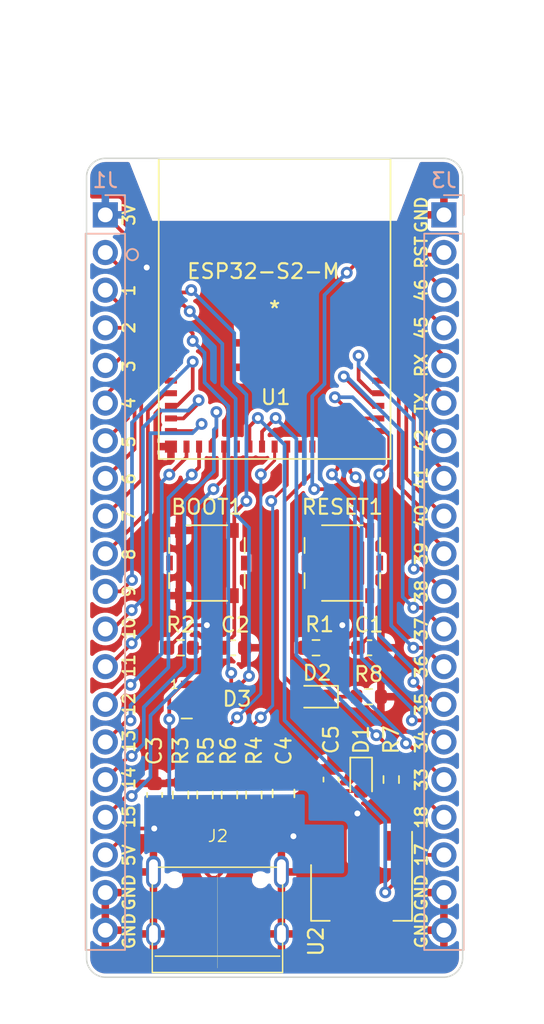
<source format=kicad_pcb>
(kicad_pcb (version 20211014) (generator pcbnew)
  (layers (0 "F.Cu" signal) (31 "B.Cu" signal) (34 "B.Paste" user) (35 "F.Paste" user) (36 "B.SilkS" user "B.Silkscreen") (37 "F.SilkS" user "F.Silkscreen") (38 "B.Mask" user) (39 "F.Mask" user) (44 "Edge.Cuts" user))
  (net 0 "")
  (net 1 "GND")
  (net 2 "+5V")
  (net 3 "+3V3")
  (net 4 "Net-(J2-PadA5)")
  (net 5 "Net-(J2-PadA6)")
  (net 6 "Net-(J2-PadA7)")
  (net 8 "Net-(J2-PadB5)")
  (net 10 "USB_N")
  (net 11 "USB_P")
  (net 13 "/TX")
  (net 14 "/RX")
  (net 15 "Net-(D1-Pad1)")
  (net 16 "Net-(D2-Pad1)")
  (net 19 "/IO3")
  (net 22 "/IO4")
  (net 23 "/IO5")
  (net 24 "/IO6")
  (net 25 "/IO7")
  (net 26 "/IO8")
  (net 27 "/IO9")
  (net 28 "/IO10")
  (net 29 "/IO11")
  (net 30 "/IO12")
  (net 31 "/IO13")
  (net 32 "/IO14")
  (net 33 "/IO15")
  (net 34 "/IO33")
  (net 35 "/IO18")
  (net 36 "/IO17")
  (net 37 "/IO46")
  (net 38 "/IO45")
  (net 39 "/IO42")
  (net 40 "/IO41")
  (net 41 "/IO40")
  (net 42 "/IO39")
  (net 43 "/IO38")
  (net 44 "/IO37")
  (net 45 "/IO36")
  (net 46 "/IO35")
  (net 47 "/IO34")
  (net 48 "/IO0_BOOT")
  (net 49 "/IO26_LED")
  (net 50 "/RESET")
  (net 51 "/IO1_APA_DTA")
  (net 52 "/IO2_APA_CLK")
  (footprint "Package_TO_SOT_SMD:SOT-223" (layer "F.Cu") (at 157 130.81 -90)
    (fp_text reference "U2")
    (fp_text value "LM1117-3.3")
  )
  (footprint "Resistor_SMD:R_0603_1608Metric" (layer "F.Cu") (at 153.924 114.3 180)
    (fp_text reference "R1")
    (fp_text value "10K")
  )
  (footprint "Resistor_SMD:R_0603_1608Metric" (layer "F.Cu") (at 149.73 124.227011 -90)
    (fp_text reference "R4")
    (fp_text value "5.1K")
  )
  (footprint "Resistor_SMD:R_0603_1608Metric" (layer "F.Cu") (at 144.78 124.227011 -90)
    (fp_text reference "R3")
    (fp_text value "5.1K")
  )
  (footprint "Capacitor_SMD:C_0603_1608Metric" (layer "F.Cu") (at 154.94 123.19 90)
    (fp_text reference "C5")
    (fp_text value "0.1uF")
  )
  (footprint "Resistor_SMD:R_0603_1608Metric" (layer "F.Cu") (at 144.78 114.3 180)
    (fp_text reference "R2")
    (fp_text value "10K")
  )
  (footprint "Capacitor_SMD:C_0805_2012Metric" (layer "F.Cu") (at 151.73 124.127011 90)
    (fp_text reference "C4")
    (fp_text value "10uF")
  )
  (footprint "Resistor_SMD:R_0603_1608Metric" (layer "F.Cu") (at 148.08 124.227011 -90)
    (fp_text reference "R6")
    (fp_text value "33R")
  )
  (footprint "Capacitor_SMD:C_0603_1608Metric" (layer "F.Cu") (at 148.336 114.3 180)
    (fp_text reference "C2")
    (fp_text value "0.1uF")
  )
  (footprint "Button_Switch_SMD:SW_SPST_Panasonic_EVQPL_3PL_5PL_PT_A08" (layer "F.Cu") (at 146.558 108.585)
    (fp_text reference "BOOT1")
    (fp_text value "SW_Push")
  )
  (footprint "LED_SMD:LED_0603_1608Metric" (layer "F.Cu") (at 156.972 123.19 -90)
    (fp_text reference "D1")
    (fp_text value "LED")
  )
  (footprint "LED_SMD:LED_0603_1608Metric" (layer "F.Cu") (at 153.924 117.602 180)
    (fp_text reference "D2")
    (fp_text value "LED")
  )
  (footprint "USB-C-Power-tester:TYPE-C-31-M-12" (layer "F.Cu") (at 147.27 133.604)
    (fp_text reference "J2")
    (fp_text value "USB_C_Receptacle_USB2.0")
  )
  (footprint "footprints_esp:ESP32-S2-MINI-1-N4" (layer "F.Cu") (at 151.13 91.44)
    (fp_text reference "U1")
    (fp_text value "ESP32-S2-M")
  )
  (footprint "Resistor_SMD:R_0603_1608Metric" (layer "F.Cu") (at 157.48 117.602 180)
    (fp_text reference "R8")
    (fp_text value "1K")
  )
  (footprint "Resistor_SMD:R_0603_1608Metric" (layer "F.Cu") (at 146.43 124.227011 -90)
    (fp_text reference "R5")
    (fp_text value "33R")
  )
  (footprint "Capacitor_SMD:C_0603_1608Metric" (layer "F.Cu") (at 157.53 114.3 180)
    (fp_text reference "C1")
    (fp_text value "0.1uF")
  )
  (footprint "Button_Switch_SMD:SW_SPST_Panasonic_EVQPL_3PL_5PL_PT_A08" (layer "F.Cu") (at 155.702 108.585)
    (fp_text reference "RESET1")
    (fp_text value "SW_Push")
  )
  (footprint "Capacitor_SMD:C_0603_1608Metric" (layer "F.Cu") (at 143.03 124.227011 90)
    (fp_text reference "C3")
    (fp_text value "0.1uF")
  )
  (footprint "Resistor_SMD:R_0603_1608Metric" (layer "F.Cu") (at 159.004 123.19 90)
    (fp_text reference "R7")
    (fp_text value "1K")
  )
  (footprint "LED_SMD:LED-APA102-2020" (layer "F.Cu") (at 146.05 117.67)
    (fp_text reference "D3")
    (fp_text value "APA102-2020")
  )
  (footprint "Connector_PinHeader_2.54mm:PinHeader_1x20_P2.54mm_Vertical" (layer "B.Cu") (at 139.7 85.095 180)
    (fp_text reference "J1")
    (fp_text value "Conn_01x20_Male")
  )
  (footprint "Connector_PinHeader_2.54mm:PinHeader_1x20_P2.54mm_Vertical" (layer "B.Cu") (at 162.56 85.095 180)
    (fp_text reference "J3")
    (fp_text value "Conn_01x20_Male")
  )
  (gr_line (start 162.56 136.525) (end 139.7 136.525) (layer "Edge.Cuts") (width 0.1))
  (gr_line (start 163.83 82.55) (end 163.826242 135.251242) (layer "Edge.Cuts") (width 0.1))
  (gr_arc (start 138.43 82.55) (mid 138.801974 81.651974) (end 139.7 81.28) (layer "Edge.Cuts") (width 0.1))
  (gr_arc (start 162.56 81.28) (mid 163.452753 81.657246) (end 163.83 82.55) (layer "Edge.Cuts") (width 0.1))
  (gr_arc (start 163.826242 135.251242) (mid 163.450544 136.144025) (end 162.56 136.525) (layer "Edge.Cuts") (width 0.1))
  (gr_line (start 138.43 135.255) (end 138.43 82.55) (layer "Edge.Cuts") (width 0.1))
  (gr_arc (start 139.7 136.525) (mid 138.807245 136.147754) (end 138.43 135.255) (layer "Edge.Cuts") (width 0.1))
  (gr_line (start 139.7 81.28) (end 162.56 81.28) (layer "Edge.Cuts") (width 0.1))
  (gr_text "GND" (at 161.036 133.35 90) (layer "F.SilkS") (effects (font (size 0.8 0.8))))
  (gr_text "34" (at 161.036 120.65 90) (layer "F.SilkS") (effects (font (size 0.8 0.8))))
  (gr_text "5" (at 141.3 100.4 90) (layer "F.SilkS") (effects (font (size 0.8 0.8))))
  (gr_text "36" (at 161.036 115.57 90) (layer "F.SilkS") (effects (font (size 0.8 0.8))))
  (gr_text "8" (at 141.3 108 90) (layer "F.SilkS") (effects (font (size 0.8 0.8))))
  (gr_text "RST" (at 161.036 87.63 90) (layer "F.SilkS") (effects (font (size 0.8 0.8))))
  (gr_text "42" (at 161.036 100.33 90) (layer "F.SilkS") (effects (font (size 0.8 0.8))))
  (gr_text "37" (at 161.036 113.03 90) (layer "F.SilkS") (effects (font (size 0.8 0.8))))
  (gr_text "3V" (at 141.3 85.09 90) (layer "F.SilkS") (effects (font (size 0.8 0.8))))
  (gr_text "12" (at 141.3 118.1 90) (layer "F.SilkS") (effects (font (size 0.8 0.8))))
  (gr_text "2" (at 141.3 92.7 90) (layer "F.SilkS") (effects (font (size 0.8 0.8))))
  (gr_text "33" (at 161.036 123.19 90) (layer "F.SilkS") (effects (font (size 0.8 0.8))))
  (gr_text "RX" (at 161.036 95.25 90) (layer "F.SilkS") (effects (font (size 0.8 0.8))))
  (gr_text "3" (at 141.3 95.3 90) (layer "F.SilkS") (effects (font (size 0.8 0.8))))
  (gr_text "7" (at 141.3 105.4 90) (layer "F.SilkS") (effects (font (size 0.8 0.8))))
  (gr_text "GND" (at 161.036 85.09 90) (layer "F.SilkS") (effects (font (size 0.8 0.8))))
  (gr_text "17" (at 161.036 128.27 90) (layer "F.SilkS") (effects (font (size 0.8 0.8))))
  (gr_text "GND" (at 141.3 130.8 90) (layer "F.SilkS") (effects (font (size 0.8 0.8))))
  (gr_text "1" (at 141.3 90.2 90) (layer "F.SilkS") (effects (font (size 0.8 0.8))))
  (gr_text "6" (at 141.3 102.9 90) (layer "F.SilkS") (effects (font (size 0.8 0.8))))
  (gr_text "38" (at 161.036 110.49 90) (layer "F.SilkS") (effects (font (size 0.8 0.8))))
  (gr_text "GND" (at 161.036 130.81 90) (layer "F.SilkS") (effects (font (size 0.8 0.8))))
  (gr_text "13" (at 141.3 120.6 90) (layer "F.SilkS") (effects (font (size 0.8 0.8))))
  (gr_text "9" (at 141.3 110.5 90) (layer "F.SilkS") (effects (font (size 0.8 0.8))))
  (gr_text "15" (at 141.295577 125.7 90) (layer "F.SilkS") (effects (font (size 0.8 0.8))))
  (gr_text "45" (at 161.036 92.71 90) (layer "F.SilkS") (effects (font (size 0.8 0.8))))
  (gr_text "41" (at 161.036 102.87 90) (layer "F.SilkS") (effects (font (size 0.8 0.8))))
  (gr_text "GND" (at 141.3 133.4 90) (layer "F.SilkS") (effects (font (size 0.8 0.8))))
  (gr_text "40" (at 161.036 105.41 90) (layer "F.SilkS") (effects (font (size 0.8 0.8))))
  (gr_text "5V" (at 141.3 128.3 90) (layer "F.SilkS") (effects (font (size 0.8 0.8))))
  (gr_text "TX" (at 161.036 97.79 90) (layer "F.SilkS") (effects (font (size 0.8 0.8))))
  (gr_text "39" (at 161.036 107.95 90) (layer "F.SilkS") (effects (font (size 0.8 0.8))))
  (gr_text "11" (at 141.3 115.5 90) (layer "F.SilkS") (effects (font (size 0.8 0.8))))
  (gr_text "18" (at 161.036 125.73 90) (layer "F.SilkS") (effects (font (size 0.8 0.8))))
  (gr_text "14" (at 141.3 123.1 90) (layer "F.SilkS") (effects (font (size 0.8 0.8))))
  (gr_text "46" (at 161.036 90.17 90) (layer "F.SilkS") (effects (font (size 0.8 0.8))))
  (gr_text "35" (at 161.036 118.11 90) (layer "F.SilkS") (effects (font (size 0.8 0.8))))
  (gr_text "4" (at 141.3 97.8 90) (layer "F.SilkS") (effects (font (size 0.8 0.8))))
  (gr_text "10" (at 141.3 113 90) (layer "F.SilkS") (effects (font (size 0.8 0.8))))
  (segment (start 151.4155 125.077011) (end 151.73 125.077011) (width 0.25) (layer "F.Cu") (net 2))
  (segment (start 151.73 126.343511) (end 152.4 127.013511) (width 0.25) (layer "F.Cu") (net 2))
  (segment (start 139.7 128.27) (end 141.478 126.492) (width 0.25) (layer "F.Cu") (net 2))
  (segment (start 149.57 128.504) (end 149.57 126.922511) (width 0.25) (layer "F.Cu") (net 2))
  (segment (start 144.018 119.126) (end 144.018 117.652978) (width 0.25) (layer "F.Cu") (net 2))
  (segment (start 144.018 117.652978) (end 144.900978 116.77) (width 0.25) (layer "F.Cu") (net 2))
  (segment (start 154.7 127.66) (end 153.046489 127.66) (width 0.25) (layer "F.Cu") (net 2))
  (segment (start 153.046489 127.66) (end 152.4 127.013511) (width 0.25) (layer "F.Cu") (net 2))
  (segment (start 143.002 126.492) (end 143.03 126.464) (width 0.25) (layer "F.Cu") (net 2))
  (segment (start 151.73 125.077011) (end 151.73 126.343511) (width 0.25) (layer "F.Cu") (net 2))
  (segment (start 143.03 126.464) (end 143.03 125.002011) (width 0.25) (layer "F.Cu") (net 2))
  (segment (start 143.03 125.002011) (end 144.97 126.942011) (width 0.25) (layer "F.Cu") (net 2))
  (segment (start 143.002 125.030011) (end 143.03 125.002011) (width 0.25) (layer "F.Cu") (net 2))
  (segment (start 144.900978 116.77) (end 145.2 116.77) (width 0.25) (layer "F.Cu") (net 2))
  (segment (start 146.05 116.84) (end 145.27 116.84) (width 0.25) (layer "F.Cu") (net 2))
  (segment (start 149.845 127.812011) (end 149.845 127.028511) (width 0.25) (layer "F.Cu") (net 2))
  (segment (start 149.57 126.922511) (end 151.4155 125.077011) (width 0.25) (layer "F.Cu") (net 2))
  (segment (start 144.695 128.504) (end 144.695 127.055511) (width 0.25) (layer "F.Cu") (net 2))
  (segment (start 144.695 127.055511) (end 143.002 125.362511) (width 0.25) (layer "F.Cu") (net 2))
  (segment (start 141.478 126.492) (end 143.002 126.492) (width 0.25) (layer "F.Cu") (net 2))
  (segment (start 144.97 126.942011) (end 144.97 128.504) (width 0.25) (layer "F.Cu") (net 2))
  (segment (start 145.27 116.84) (end 145.2 116.77) (width 0.25) (layer "F.Cu") (net 2))
  (segment (start 139.7 128.275) (end 139.7 128.27) (width 0.25) (layer "F.Cu") (net 2))
  (segment (start 143.002 125.362511) (end 143.002 125.030011) (width 0.25) (layer "F.Cu") (net 2))
  (segment (start 149.845 127.028511) (end 151.542084 125.331427) (width 0.25) (layer "F.Cu") (net 2))
  (via (at 144.018 119.126) (size 0.8) (drill 0.4) (layers "F.Cu" "B.Cu") (net 2))
  (via (at 143.002 126.492) (size 0.8) (drill 0.4) (layers "F.Cu" "B.Cu") (net 2))
  (via (at 152.4 127.013511) (size 0.8) (drill 0.4) (layers "F.Cu" "B.Cu") (net 2))
  (segment (start 144.018 125.476) (end 144.018 119.126) (width 0.25) (layer "B.Cu") (net 2))
  (segment (start 143.002 126.492) (end 144.018 125.476) (width 0.25) (layer "B.Cu") (net 2))
  (segment (start 156.9595 123.965) (end 156.972 123.9775) (width 0.25) (layer "F.Cu") (net 3))
  (segment (start 154.94 123.965) (end 156.9595 123.965) (width 0.25) (layer "F.Cu") (net 3))
  (segment (start 153.099 114.3) (end 154.623 112.776) (width 0.25) (layer "F.Cu") (net 3))
  (segment (start 156.718 125.476) (end 154.94 125.476) (width 0.25) (layer "F.Cu") (net 3))
  (segment (start 142.494 88.646) (end 142.494 87.889) (width 0.25) (layer "F.Cu") (net 3))
  (segment (start 145.479 112.776) (end 146.558 112.776) (width 0.25) (layer "F.Cu") (net 3))
  (segment (start 142.494 88.646) (end 143.326515 89.478515) (width 0.25) (layer "F.Cu") (net 3))
  (segment (start 142.494 87.889) (end 139.7 85.095) (width 0.25) (layer "F.Cu") (net 3))
  (segment (start 154.94 125.476) (end 154.94 123.965) (width 0.25) (layer "F.Cu") (net 3))
  (segment (start 143.326515 89.478515) (end 144.130001 89.478515) (width 0.25) (layer "F.Cu") (net 3))
  (segment (start 157 125.758) (end 157 127.66) (width 0.25) (layer "F.Cu") (net 3))
  (segment (start 156.718 125.476) (end 157 125.758) (width 0.25) (layer "F.Cu") (net 3))
  (segment (start 154.623 112.776) (end 155.702 112.776) (width 0.25) (layer "F.Cu") (net 3))
  (segment (start 143.955 114.3) (end 145.479 112.776) (width 0.25) (layer "F.Cu") (net 3))
  (via (at 142.494 88.646) (size 0.8) (drill 0.4) (layers "F.Cu" "B.Cu") (net 3))
  (via (at 146.558 112.776) (size 0.8) (drill 0.4) (layers "F.Cu" "B.Cu") (net 3))
  (via (at 155.702 112.776) (size 0.8) (drill 0.4) (layers "F.Cu" "B.Cu") (net 3))
  (via (at 156.718 125.476) (size 0.8) (drill 0.4) (layers "F.Cu" "B.Cu") (net 3))
  (segment (start 146.02 126.342011) (end 146.02 128.504) (width 0.25) (layer "F.Cu") (net 4))
  (segment (start 144.73 125.052011) (end 146.02 126.342011) (width 0.25) (layer "F.Cu") (net 4))
  (segment (start 147.02 128.504) (end 147.02 127.217011) (width 0.25) (layer "F.Cu") (net 5))
  (segment (start 148.02 126.217011) (end 148.02 128.504) (width 0.25) (layer "F.Cu") (net 5))
  (segment (start 148.02 125.062011) (end 148.02 126.217011) (width 0.25) (layer "F.Cu") (net 5))
  (segment (start 148.33 125.052011) (end 148.02 125.362011) (width 0.25) (layer "F.Cu") (net 5))
  (segment (start 147.02 127.217011) (end 148.02 126.217011) (width 0.25) (layer "F.Cu") (net 5))
  (segment (start 147.206491 129.816531) (end 146.833509 129.816531) (width 0.25) (layer "F.Cu") (net 6))
  (segment (start 146.833509 129.816531) (end 146.52 129.503022) (width 0.25) (layer "F.Cu") (net 6))
  (segment (start 146.52 125.002011) (end 146.52 129.367011) (width 0.25) (layer "F.Cu") (net 6))
  (segment (start 146.27 125.052011) (end 146.52 125.302011) (width 0.25) (layer "F.Cu") (net 6))
  (segment (start 147.52 129.503022) (end 147.206491 129.816531) (width 0.25) (layer "F.Cu") (net 6))
  (segment (start 146.52 129.503022) (end 146.52 128.504) (width 0.25) (layer "F.Cu") (net 6))
  (segment (start 147.52 128.504) (end 147.52 129.503022) (width 0.25) (layer "F.Cu") (net 6))
  (segment (start 149.93 125.052011) (end 149.02 125.962011) (width 0.25) (layer "F.Cu") (net 8))
  (segment (start 149.02 125.962011) (end 149.02 128.504) (width 0.25) (layer "F.Cu") (net 8))
  (segment (start 148.6 119) (end 146.43 121.17) (width 0.2) (layer "F.Cu") (net 10))
  (segment (start 151.13 101.67) (end 151.13 100.728513) (width 0.2) (layer "F.Cu") (net 10))
  (segment (start 146.43 121.17) (end 146.43 123.402011) (width 0.2) (layer "F.Cu") (net 10))
  (segment (start 150.2 102.6) (end 151.13 101.67) (width 0.2) (layer "F.Cu") (net 10))
  (via (at 150.2 102.6) (size 0.8) (drill 0.4) (layers "F.Cu" "B.Cu") (net 10))
  (via (at 148.6 119) (size 0.8) (drill 0.4) (layers "F.Cu" "B.Cu") (net 10))
  (segment (start 148.6 119) (end 150.2 117.4) (width 0.2) (layer "B.Cu") (net 10))
  (segment (start 150.2 117.4) (end 150.2 102.6) (width 0.2) (layer "B.Cu") (net 10))
  (segment (start 151.980001 103.319499) (end 151.980001 100.728513) (width 0.2) (layer "F.Cu") (net 11))
  (segment (start 150.8995 104.4) (end 151.980001 103.319499) (width 0.2) (layer "F.Cu") (net 11))
  (segment (start 148.08 121.12) (end 148.08 123.402011) (width 0.2) (layer "F.Cu") (net 11))
  (segment (start 150.2 119) (end 148.08 121.12) (width 0.2) (layer "F.Cu") (net 11))
  (via (at 150.2 119) (size 0.8) (drill 0.4) (layers "F.Cu" "B.Cu") (net 11))
  (via (at 150.8995 104.4) (size 0.8) (drill 0.4) (layers "F.Cu" "B.Cu") (net 11))
  (segment (start 150.2 119) (end 151 118.2) (width 0.2) (layer "B.Cu") (net 11))
  (segment (start 151 104.5005) (end 150.8995 104.4) (width 0.2) (layer "B.Cu") (net 11))
  (segment (start 151 118.2) (end 151 104.5005) (width 0.2) (layer "B.Cu") (net 11))
  (segment (start 161.036 95.758) (end 161.036 94.234) (width 0.25) (layer "F.Cu") (net 13))
  (segment (start 162.56 97.282) (end 161.036 95.758) (width 0.25) (layer "F.Cu") (net 13))
  (segment (start 162.56 97.795) (end 162.56 97.282) (width 0.25) (layer "F.Cu") (net 13))
  (segment (start 159.680514 92.878514) (end 158.129999 92.878514) (width 0.25) (layer "F.Cu") (net 13))
  (segment (start 161.036 94.234) (end 159.680514 92.878514) (width 0.25) (layer "F.Cu") (net 13))
  (segment (start 159.971015 92.028515) (end 158.129999 92.028515) (width 0.25) (layer "F.Cu") (net 14))
  (segment (start 162.56 94.6175) (end 159.971015 92.028515) (width 0.25) (layer "F.Cu") (net 14))
  (segment (start 162.56 95.255) (end 162.56 94.6175) (width 0.25) (layer "F.Cu") (net 14))
  (segment (start 158.9665 122.4025) (end 159.004 122.365) (width 0.25) (layer "F.Cu") (net 15))
  (segment (start 156.972 122.4025) (end 158.9665 122.4025) (width 0.25) (layer "F.Cu") (net 15))
  (segment (start 154.7115 117.602) (end 156.655 117.602) (width 0.25) (layer "F.Cu") (net 16))
  (segment (start 142.579486 92.878514) (end 144.130001 92.878514) (width 0.25) (layer "F.Cu") (net 19))
  (segment (start 140.203 95.255) (end 142.579486 92.878514) (width 0.25) (layer "F.Cu") (net 19))
  (segment (start 139.7 95.255) (end 140.203 95.255) (width 0.25) (layer "F.Cu") (net 19))
  (segment (start 139.7 97.795) (end 139.7 97.282) (width 0.25) (layer "F.Cu") (net 22))
  (segment (start 143.253485 93.728515) (end 144.130001 93.728515) (width 0.25) (layer "F.Cu") (net 22))
  (segment (start 139.7 97.282) (end 143.253485 93.728515) (width 0.25) (layer "F.Cu") (net 22))
  (segment (start 143.419485 94.578515) (end 144.130001 94.578515) (width 0.25) (layer "F.Cu") (net 23))
  (segment (start 141.224 98.811) (end 141.224 96.774) (width 0.25) (layer "F.Cu") (net 23))
  (segment (start 141.224 96.774) (end 143.419485 94.578515) (width 0.25) (layer "F.Cu") (net 23))
  (segment (start 139.7 100.335) (end 141.224 98.811) (width 0.25) (layer "F.Cu") (net 23))
  (segment (start 141.67352 97.476374) (end 143.72138 95.428514) (width 0.25) (layer "F.Cu") (net 24))
  (segment (start 143.72138 95.428514) (end 144.130001 95.428514) (width 0.25) (layer "F.Cu") (net 24))
  (segment (start 141.67352 100.90148) (end 141.67352 97.476374) (width 0.25) (layer "F.Cu") (net 24))
  (segment (start 139.7 102.875) (end 141.67352 100.90148) (width 0.25) (layer "F.Cu") (net 24))
  (segment (start 143.507097 96.278515) (end 144.130001 96.278515) (width 0.25) (layer "F.Cu") (net 25))
  (segment (start 142.12304 97.662572) (end 143.507097 96.278515) (width 0.25) (layer "F.Cu") (net 25))
  (segment (start 142.12304 102.99196) (end 142.12304 97.662572) (width 0.25) (layer "F.Cu") (net 25))
  (segment (start 139.7 105.415) (end 142.12304 102.99196) (width 0.25) (layer "F.Cu") (net 25))
  (segment (start 139.7 107.955) (end 142.57256 105.08244) (width 0.25) (layer "F.Cu") (net 26))
  (segment (start 143.721378 97.128515) (end 144.130001 97.128515) (width 0.25) (layer "F.Cu") (net 26))
  (segment (start 142.57256 105.08244) (end 142.57256 98.277333) (width 0.25) (layer "F.Cu") (net 26))
  (segment (start 142.57256 98.277333) (end 143.721378 97.128515) (width 0.25) (layer "F.Cu") (net 26))
  (segment (start 144.538624 97.978514) (end 144.130001 97.978514) (width 0.25) (layer "F.Cu") (net 27))
  (segment (start 145.6 95) (end 145.6 96.917138) (width 0.25) (layer "F.Cu") (net 27))
  (segment (start 141.5 109.728) (end 140.733 110.495) (width 0.25) (layer "F.Cu") (net 27))
  (segment (start 145.6 96.917138) (end 144.538624 97.978514) (width 0.25) (layer "F.Cu") (net 27))
  (segment (start 140.733 110.495) (end 139.7 110.495) (width 0.25) (layer "F.Cu") (net 27))
  (via (at 141.5 109.728) (size 0.8) (drill 0.4) (layers "F.Cu" "B.Cu") (net 27))
  (via (at 145.6 95) (size 0.8) (drill 0.4) (layers "F.Cu" "B.Cu") (net 27))
  (segment (start 141.5 99.1) (end 141.5 109.728) (width 0.25) (layer "B.Cu") (net 27))
  (segment (start 145.6 95) (end 141.5 99.1) (width 0.25) (layer "B.Cu") (net 27))
  (segment (start 140.203 113.035) (end 139.7 113.035) (width 0.25) (layer "F.Cu") (net 28))
  (segment (start 144.971485 98.828515) (end 144.130001 98.828515) (width 0.25) (layer "F.Cu") (net 28))
  (segment (start 146 97.8) (end 144.971485 98.828515) (width 0.25) (layer "F.Cu") (net 28))
  (segment (start 141.478 111.76) (end 140.203 113.035) (width 0.25) (layer "F.Cu") (net 28))
  (segment (start 146 97.6) (end 146 97.8) (width 0.25) (layer "F.Cu") (net 28))
  (via (at 146 97.6) (size 0.8) (drill 0.4) (layers "F.Cu" "B.Cu") (net 28))
  (via (at 141.478 111.76) (size 0.8) (drill 0.4) (layers "F.Cu" "B.Cu") (net 28))
  (segment (start 142.24 110.998) (end 141.478 111.76) (width 0.25) (layer "B.Cu") (net 28))
  (segment (start 146 97.6) (end 145.302 98.298) (width 0.25) (layer "B.Cu") (net 28))
  (segment (start 142.24 99.440282) (end 142.24 110.998) (width 0.25) (layer "B.Cu") (net 28))
  (segment (start 143.382282 98.298) (end 142.24 99.440282) (width 0.25) (layer "B.Cu") (net 28))
  (segment (start 145.302 98.298) (end 143.382282 98.298) (width 0.25) (layer "B.Cu") (net 28))
  (segment (start 145.721485 99.678515) (end 144.130001 99.678515) (width 0.25) (layer "F.Cu") (net 29))
  (segment (start 141.478 114) (end 139.903 115.575) (width 0.25) (layer "F.Cu") (net 29))
  (segment (start 146.2 99.2) (end 145.721485 99.678515) (width 0.25) (layer "F.Cu") (net 29))
  (segment (start 139.903 115.575) (end 139.7 115.575) (width 0.25) (layer "F.Cu") (net 29))
  (via (at 141.478 114) (size 0.8) (drill 0.4) (layers "F.Cu" "B.Cu") (net 29))
  (via (at 146.2 99.2) (size 0.8) (drill 0.4) (layers "F.Cu" "B.Cu") (net 29))
  (segment (start 142.748 112.73) (end 141.478 114) (width 0.25) (layer "B.Cu") (net 29))
  (segment (start 146.2 99.2) (end 145.578 99.822) (width 0.25) (layer "B.Cu") (net 29))
  (segment (start 142.748 99.822) (end 142.748 112.73) (width 0.25) (layer "B.Cu") (net 29))
  (segment (start 145.578 99.822) (end 142.748 99.822) (width 0.25) (layer "B.Cu") (net 29))
  (segment (start 144.018 102.616) (end 145.179999 101.454001) (width 0.25) (layer "F.Cu") (net 30))
  (segment (start 141.4 116.8) (end 141.015 116.8) (width 0.25) (layer "F.Cu") (net 30))
  (segment (start 145.179999 101.454001) (end 145.179999 100.728513) (width 0.25) (layer "F.Cu") (net 30))
  (segment (start 141.015 116.8) (end 139.7 118.115) (width 0.25) (layer "F.Cu") (net 30))
  (via (at 144.018 102.616) (size 0.8) (drill 0.4) (layers "F.Cu" "B.Cu") (net 30))
  (via (at 141.4 116.8) (size 0.8) (drill 0.4) (layers "F.Cu" "B.Cu") (net 30))
  (segment (start 143.51 103.124) (end 144.018 102.616) (width 0.25) (layer "B.Cu") (net 30))
  (segment (start 143.51 114.69) (end 143.51 103.124) (width 0.25) (layer "B.Cu") (net 30))
  (segment (start 141.4 116.8) (end 143.51 114.69) (width 0.25) (layer "B.Cu") (net 30))
  (segment (start 146.03 102.119394) (end 146.03 100.728513) (width 0.25) (layer "F.Cu") (net 31))
  (segment (start 141.155 119.2) (end 139.7 120.655) (width 0.25) (layer "F.Cu") (net 31))
  (segment (start 141.4 119.2) (end 141.155 119.2) (width 0.25) (layer "F.Cu") (net 31))
  (segment (start 145.533394 102.616) (end 146.03 102.119394) (width 0.25) (layer "F.Cu") (net 31))
  (via (at 145.533394 102.616) (size 0.8) (drill 0.4) (layers "F.Cu" "B.Cu") (net 31))
  (via (at 141.4 119.2) (size 0.8) (drill 0.4) (layers "F.Cu" "B.Cu") (net 31))
  (segment (start 141.4 118.186124) (end 143.95952 115.626604) (width 0.25) (layer "B.Cu") (net 31))
  (segment (start 143.95952 115.626604) (end 143.95952 104.189874) (width 0.25) (layer "B.Cu") (net 31))
  (segment (start 143.95952 104.189874) (end 145.533394 102.616) (width 0.25) (layer "B.Cu") (net 31))
  (segment (start 141.4 119.2) (end 141.4 118.186124) (width 0.25) (layer "B.Cu") (net 31))
  (segment (start 147.2 99.99989) (end 146.880001 100.319889) (width 0.25) (layer "F.Cu") (net 32))
  (segment (start 141.295 121.6) (end 139.7 123.195) (width 0.25) (layer "F.Cu") (net 32))
  (segment (start 146.880001 100.319889) (end 146.880001 100.728513) (width 0.25) (layer "F.Cu") (net 32))
  (segment (start 147.2 98.4) (end 147.2 99.99989) (width 0.25) (layer "F.Cu") (net 32))
  (segment (start 141.478 121.6) (end 141.295 121.6) (width 0.25) (layer "F.Cu") (net 32))
  (via (at 141.478 121.6) (size 0.8) (drill 0.4) (layers "F.Cu" "B.Cu") (net 32))
  (via (at 147.2 98.4) (size 0.8) (drill 0.4) (layers "F.Cu" "B.Cu") (net 32))
  (segment (start 147.2 99.424614) (end 147.2 98.4) (width 0.25) (layer "B.Cu") (net 32))
  (segment (start 142.29848 120.77952) (end 142.29848 118.30552) (width 0.25) (layer "B.Cu") (net 32))
  (segment (start 147.028511 102.395182) (end 147.028511 99.596103) (width 0.25) (layer "B.Cu") (net 32))
  (segment (start 147.028511 99.596103) (end 147.2 99.424614) (width 0.25) (layer "B.Cu") (net 32))
  (segment (start 145.034 104.389693) (end 147.028511 102.395182) (width 0.25) (layer "B.Cu") (net 32))
  (segment (start 141.478 121.6) (end 142.29848 120.77952) (width 0.25) (layer "B.Cu") (net 32))
  (segment (start 142.29848 118.30552) (end 145.034 115.57) (width 0.25) (layer "B.Cu") (net 32))
  (segment (start 145.034 115.57) (end 145.034 104.389693) (width 0.25) (layer "B.Cu") (net 32))
  (segment (start 147 103.6) (end 147.729999 102.870001) (width 0.25) (layer "F.Cu") (net 33))
  (segment (start 147.729999 102.870001) (end 147.729999 100.728513) (width 0.25) (layer "F.Cu") (net 33))
  (segment (start 141.478 124.3) (end 141.135 124.3) (width 0.25) (layer "F.Cu") (net 33))
  (segment (start 141.135 124.3) (end 139.7 125.735) (width 0.25) (layer "F.Cu") (net 33))
  (via (at 147 103.6) (size 0.8) (drill 0.4) (layers "F.Cu" "B.Cu") (net 33))
  (via (at 141.478 124.3) (size 0.8) (drill 0.4) (layers "F.Cu" "B.Cu") (net 33))
  (segment (start 142.748 123.03) (end 142.748 118.872) (width 0.25) (layer "B.Cu") (net 33))
  (segment (start 145.796 104.804) (end 147 103.6) (width 0.25) (layer "B.Cu") (net 33))
  (segment (start 142.748 118.872) (end 145.796 115.824) (width 0.25) (layer "B.Cu") (net 33))
  (segment (start 145.796 115.824) (end 145.796 104.804) (width 0.25) (layer "B.Cu") (net 33))
  (segment (start 141.478 124.3) (end 142.748 123.03) (width 0.25) (layer "B.Cu") (net 33))
  (segment (start 160.115 120.75) (end 162.56 123.195) (width 0.25) (layer "F.Cu") (net 34))
  (segment (start 160 120.75) (end 160.115 120.75) (width 0.25) (layer "F.Cu") (net 34))
  (segment (start 155.379999 102.220001) (end 155.379999 100.728513) (width 0.25) (layer "F.Cu") (net 34))
  (segment (start 155 102.6) (end 155.379999 102.220001) (width 0.25) (layer "F.Cu") (net 34))
  (via (at 160 120.75) (size 0.8) (drill 0.4) (layers "F.Cu" "B.Cu") (net 34))
  (via (at 155 102.6) (size 0.8) (drill 0.4) (layers "F.Cu" "B.Cu") (net 34))
  (segment (start 160 120.75) (end 160 120.5) (width 0.25) (layer "B.Cu") (net 34))
  (segment (start 156.55048 104.15048) (end 155 102.6) (width 0.25) (layer "B.Cu") (net 34))
  (segment (start 156.55048 117.05048) (end 156.55048 104.15048) (width 0.25) (layer "B.Cu") (net 34))
  (segment (start 160 120.5) (end 156.55048 117.05048) (width 0.25) (layer "B.Cu") (net 34))
  (segment (start 160.6 123.775) (end 160.6 122.744217) (width 0.25) (layer "F.Cu") (net 35))
  (segment (start 160.6 122.744217) (end 158.055783 120.2) (width 0.25) (layer "F.Cu") (net 35))
  (segment (start 158.055783 120.2) (end 158 120.2) (width 0.25) (layer "F.Cu") (net 35))
  (segment (start 162.56 125.735) (end 160.6 123.775) (width 0.25) (layer "F.Cu") (net 35))
  (segment (start 150.279999 99.720001) (end 150.279999 100.728513) (width 0.25) (layer "F.Cu") (net 35))
  (segment (start 151.2 98.8) (end 150.279999 99.720001) (width 0.25) (layer "F.Cu") (net 35))
  (via (at 158 120.2) (size 0.8) (drill 0.4) (layers "F.Cu" "B.Cu") (net 35))
  (via (at 151.2 98.8) (size 0.8) (drill 0.4) (layers "F.Cu" "B.Cu") (net 35))
  (segment (start 152.6 100.2) (end 151.2 98.8) (width 0.25) (layer "B.Cu") (net 35))
  (segment (start 158 120.2) (end 152.6 114.8) (width 0.25) (layer "B.Cu") (net 35))
  (segment (start 152.6 114.8) (end 152.6 100.2) (width 0.25) (layer "B.Cu") (net 35))
  (segment (start 150 98.8) (end 149.430001 99.369999) (width 0.25) (layer "F.Cu") (net 36))
  (segment (start 162.56 128.275) (end 161.125 128.275) (width 0.25) (layer "F.Cu") (net 36))
  (segment (start 161.125 128.275) (end 158.6 130.8) (width 0.25) (layer "F.Cu") (net 36))
  (segment (start 149.430001 99.369999) (end 149.430001 100.728513) (width 0.25) (layer "F.Cu") (net 36))
  (via (at 150 98.8) (size 0.8) (drill 0.4) (layers "F.Cu" "B.Cu") (net 36))
  (via (at 158.6 130.8) (size 0.8) (drill 0.4) (layers "F.Cu" "B.Cu") (net 36))
  (segment (start 151.8 100.6) (end 150 98.8) (width 0.25) (layer "B.Cu") (net 36))
  (segment (start 158.6 126) (end 151.8 119.2) (width 0.25) (layer "B.Cu") (net 36))
  (segment (start 151.8 119.2) (end 151.8 100.6) (width 0.25) (layer "B.Cu") (net 36))
  (segment (start 158.6 130.8) (end 158.6 126) (width 0.25) (layer "B.Cu") (net 36))
  (segment (start 162.56 90.175) (end 161.013515 88.628515) (width 0.25) (layer "F.Cu") (net 37))
  (segment (start 161.013515 88.628515) (end 158.129999 88.628515) (width 0.25) (layer "F.Cu") (net 37))
  (segment (start 162.56 92.715) (end 161.023515 91.178515) (width 0.25) (layer "F.Cu") (net 38))
  (segment (start 161.023515 91.178515) (end 158.129999 91.178515) (width 0.25) (layer "F.Cu") (net 38))
  (segment (start 159.514515 93.728515) (end 158.129999 93.728515) (width 0.25) (layer "F.Cu") (net 39))
  (segment (start 161.036 98.811) (end 161.036 96.774) (width 0.25) (layer "F.Cu") (net 39))
  (segment (start 161.036 96.774) (end 160.528 96.266) (width 0.25) (layer "F.Cu") (net 39))
  (segment (start 160.528 94.742) (end 159.514515 93.728515) (width 0.25) (layer "F.Cu") (net 39))
  (segment (start 160.528 96.266) (end 160.528 94.742) (width 0.25) (layer "F.Cu") (net 39))
  (segment (start 162.56 100.335) (end 161.036 98.811) (width 0.25) (layer "F.Cu") (net 39))
  (segment (start 160.528 97.028) (end 160.02 96.52) (width 0.25) (layer "F.Cu") (net 40))
  (segment (start 162.56 102.875) (end 162.56 102.362) (width 0.25) (layer "F.Cu") (net 40))
  (segment (start 160.02 95.25) (end 159.348515 94.578515) (width 0.25) (layer "F.Cu") (net 40))
  (segment (start 159.348515 94.578515) (end 158.129999 94.578515) (width 0.25) (layer "F.Cu") (net 40))
  (segment (start 162.56 102.362) (end 160.528 100.33) (width 0.25) (layer "F.Cu") (net 40))
  (segment (start 160.528 100.33) (end 160.528 97.028) (width 0.25) (layer "F.Cu") (net 40))
  (segment (start 160.02 96.52) (end 160.02 95.25) (width 0.25) (layer "F.Cu") (net 40))
  (segment (start 162.56 105.415) (end 160.02 102.875) (width 0.25) (layer "F.Cu") (net 41))
  (segment (start 159.57048 96.706197) (end 159.57048 95.81648) (width 0.25) (layer "F.Cu") (net 41))
  (segment (start 160.02 102.875) (end 160.02 97.155718) (width 0.25) (layer "F.Cu") (net 41))
  (segment (start 160.02 97.155718) (end 159.57048 96.706197) (width 0.25) (layer "F.Cu") (net 41))
  (segment (start 159.57048 95.81648) (end 159.182514 95.428514) (width 0.25) (layer "F.Cu") (net 41))
  (segment (start 159.182514 95.428514) (end 158.129999 95.428514) (width 0.25) (layer "F.Cu") (net 41))
  (segment (start 159.512 97.283435) (end 159.120961 96.892396) (width 0.25) (layer "F.Cu") (net 42))
  (segment (start 159.512 103.378) (end 159.512 97.283435) (width 0.25) (layer "F.Cu") (net 42))
  (segment (start 159.120961 96.892396) (end 159.12096 96.266) (width 0.25) (layer "F.Cu") (net 42))
  (segment (start 162.56 107.5715) (end 160.782 105.7935) (width 0.25) (layer "F.Cu") (net 42))
  (segment (start 159.12096 96.266) (end 158.496 96.266) (width 0.25) (layer "F.Cu") (net 42))
  (segment (start 160.782 105.7935) (end 160.782 104.648) (width 0.25) (layer "F.Cu") (net 42))
  (segment (start 162.56 107.955) (end 162.56 107.5715) (width 0.25) (layer "F.Cu") (net 42))
  (segment (start 160.782 104.648) (end 159.512 103.378) (width 0.25) (layer "F.Cu") (net 42))
  (segment (start 161.031 108.966) (end 162.56 110.495) (width 0.25) (layer "F.Cu") (net 43))
  (segment (start 160.528 108.966) (end 161.031 108.966) (width 0.25) (layer "F.Cu") (net 43))
  (segment (start 156.8 96.207138) (end 157.721377 97.128515) (width 0.25) (layer "F.Cu") (net 43))
  (segment (start 156.8 94.6) (end 156.8 96.207138) (width 0.25) (layer "F.Cu") (net 43))
  (segment (start 157.721377 97.128515) (end 158.129999 97.128515) (width 0.25) (layer "F.Cu") (net 43))
  (via (at 156.8 94.6) (size 0.8) (drill 0.4) (layers "F.Cu" "B.Cu") (net 43))
  (via (at 160.528 108.966) (size 0.8) (drill 0.4) (layers "F.Cu" "B.Cu") (net 43))
  (segment (start 160.5 99) (end 156.8 95.3) (width 0.25) (layer "B.Cu") (net 43))
  (segment (start 160.528 108.966) (end 160.5 108.938) (width 0.25) (layer "B.Cu") (net 43))
  (segment (start 156.8 95.3) (end 156.8 94.6) (width 0.25) (layer "B.Cu") (net 43))
  (segment (start 160.5 108.938) (end 160.5 99) (width 0.25) (layer "B.Cu") (net 43))
  (segment (start 160.5 111.6) (end 161.125 111.6) (width 0.25) (layer "F.Cu") (net 44))
  (segment (start 157.778514 97.978514) (end 158.129999 97.978514) (width 0.25) (layer "F.Cu") (net 44))
  (segment (start 155.8 96) (end 157.778514 97.978514) (width 0.25) (layer "F.Cu") (net 44))
  (segment (start 161.125 111.6) (end 162.56 113.035) (width 0.25) (layer "F.Cu") (net 44))
  (via (at 160.5 111.6) (size 0.8) (drill 0.4) (layers "F.Cu" "B.Cu") (net 44))
  (via (at 155.8 96) (size 0.8) (drill 0.4) (layers "F.Cu" "B.Cu") (net 44))
  (segment (start 160.5 111.6) (end 159.775489 110.875489) (width 0.25) (layer "B.Cu") (net 44))
  (segment (start 159.775489 110.875489) (end 159.775489 99.775489) (width 0.25) (layer "B.Cu") (net 44))
  (segment (start 156 96) (end 155.8 96) (width 0.25) (layer "B.Cu") (net 44))
  (segment (start 159.775489 99.775489) (end 156 96) (width 0.25) (layer "B.Cu") (net 44))
  (segment (start 161.285 114.3) (end 162.56 115.575) (width 0.25) (layer "F.Cu") (net 45))
  (segment (start 155.2 97.4) (end 156.628515 98.828515) (width 0.25) (layer "F.Cu") (net 45))
  (segment (start 156.628515 98.828515) (end 158.129999 98.828515) (width 0.25) (layer "F.Cu") (net 45))
  (segment (start 160.5 114.3) (end 161.285 114.3) (width 0.25) (layer "F.Cu") (net 45))
  (via (at 155.2 97.4) (size 0.8) (drill 0.4) (layers "F.Cu" "B.Cu") (net 45))
  (via (at 160.5 114.3) (size 0.8) (drill 0.4) (layers "F.Cu" "B.Cu") (net 45))
  (segment (start 156.4 97.4) (end 155.2 97.4) (width 0.25) (layer "B.Cu") (net 45))
  (segment (start 159 112.8) (end 159 100) (width 0.25) (layer "B.Cu") (net 45))
  (segment (start 160.5 114.3) (end 159 112.8) (width 0.25) (layer "B.Cu") (net 45))
  (segment (start 159 100) (end 156.4 97.4) (width 0.25) (layer "B.Cu") (net 45))
  (segment (start 158.86091 99.997605) (end 158.54182 99.678515) (width 0.25) (layer "F.Cu") (net 46))
  (segment (start 158.2 102.6) (end 158.86091 101.93909) (width 0.25) (layer "F.Cu") (net 46))
  (segment (start 158.86091 101.93909) (end 158.86091 99.997605) (width 0.25) (layer "F.Cu") (net 46))
  (segment (start 158.54182 99.678515) (end 158.129999 99.678515) (width 0.25) (layer "F.Cu") (net 46))
  (segment (start 160.5 116.6) (end 162.015 118.115) (width 0.25) (layer "F.Cu") (net 46))
  (segment (start 162.015 118.115) (end 162.56 118.115) (width 0.25) (layer "F.Cu") (net 46))
  (via (at 160.5 116.6) (size 0.8) (drill 0.4) (layers "F.Cu" "B.Cu") (net 46))
  (via (at 158.2 102.6) (size 0.8) (drill 0.4) (layers "F.Cu" "B.Cu") (net 46))
  (segment (start 158.2 113.45) (end 158.2 102.6) (width 0.25) (layer "B.Cu") (net 46))
  (segment (start 160.5 116.6) (end 160.5 115.75) (width 0.25) (layer "B.Cu") (net 46))
  (segment (start 160.5 115.75) (end 158.2 113.45) (width 0.25) (layer "B.Cu") (net 46))
  (segment (start 156.6 102.8) (end 156.23 102.43) (width 0.25) (layer "F.Cu") (net 47))
  (segment (start 160.4 119.2) (end 161.105 119.2) (width 0.25) (layer "F.Cu") (net 47))
  (segment (start 161.105 119.2) (end 162.56 120.655) (width 0.25) (layer "F.Cu") (net 47))
  (segment (start 156.23 102.43) (end 156.23 100.728513) (width 0.25) (layer "F.Cu") (net 47))
  (via (at 160.4 119.2) (size 0.8) (drill 0.4) (layers "F.Cu" "B.Cu") (net 47))
  (via (at 156.6 102.8) (size 0.8) (drill 0.4) (layers "F.Cu" "B.Cu") (net 47))
  (segment (start 157 103.2) (end 156.6 102.8) (width 0.25) (layer "B.Cu") (net 47))
  (segment (start 160.4 119.2) (end 160.4 118.4) (width 0.25) (layer "B.Cu") (net 47))
  (segment (start 160.4 118.4) (end 157 115) (width 0.25) (layer "B.Cu") (net 47))
  (segment (start 157 115) (end 157 103.2) (width 0.25) (layer "B.Cu") (net 47))
  (segment (start 147.561 114.3) (end 145.605 114.3) (width 0.25) (layer "F.Cu") (net 48))
  (segment (start 148.408 110.785) (end 148.408 113.453) (width 0.25) (layer "F.Cu") (net 48))
  (segment (start 148.408 106.385) (end 148.408 110.785) (width 0.25) (layer "F.Cu") (net 48))
  (segment (start 148.408 113.453) (end 147.561 114.3) (width 0.25) (layer "F.Cu") (net 48))
  (segment (start 145.341486 90.328514) (end 144.130001 90.328514) (width 0.25) (layer "F.Cu") (net 48))
  (segment (start 148.408 105.211) (end 148.408 106.385) (width 0.25) (layer "F.Cu") (net 48))
  (segment (start 142.393514 90.328514) (end 144.130001 90.328514) (width 0.25) (layer "F.Cu") (net 48))
  (segment (start 145.5 90.17) (end 145.341486 90.328514) (width 0.25) (layer "F.Cu") (net 48))
  (segment (start 139.7 87.635) (end 142.393514 90.328514) (width 0.25) (layer "F.Cu") (net 48))
  (segment (start 149.225 104.394) (end 148.408 105.211) (width 0.25) (layer "F.Cu") (net 48))
  (via (at 149.225 104.394) (size 0.8) (drill 0.4) (layers "F.Cu" "B.Cu") (net 48))
  (via (at 145.5 90.17) (size 0.8) (drill 0.4) (layers "F.Cu" "B.Cu") (net 48))
  (segment (start 148.4 93.07) (end 148.4 96.4) (width 0.25) (layer "B.Cu") (net 48))
  (segment (start 148.4 96.4) (end 149.225 97.225) (width 0.25) (layer "B.Cu") (net 48))
  (segment (start 145.5 90.17) (end 148.4 93.07) (width 0.25) (layer "B.Cu") (net 48))
  (segment (start 149.225 97.225) (end 149.225 104.394) (width 0.25) (layer "B.Cu") (net 48))
  (segment (start 153.68 102.52) (end 153.68 100.728513) (width 0.25) (layer "F.Cu") (net 49))
  (segment (start 151.8 104.4) (end 153.68 102.52) (width 0.25) (layer "F.Cu") (net 49))
  (segment (start 151.8 116.2655) (end 151.8 104.4) (width 0.25) (layer "F.Cu") (net 49))
  (segment (start 153.1365 117.602) (end 151.8 116.2655) (width 0.25) (layer "F.Cu") (net 49))
  (segment (start 153.8 103.6) (end 154.767 103.6) (width 0.25) (layer "F.Cu") (net 50))
  (segment (start 158.129999 87.778514) (end 162.416486 87.778514) (width 0.25) (layer "F.Cu") (net 50))
  (segment (start 154.767 103.6) (end 157.552 106.385) (width 0.25) (layer "F.Cu") (net 50))
  (segment (start 156 89) (end 157.221486 87.778514) (width 0.25) (layer "F.Cu") (net 50))
  (segment (start 157.552 110.785) (end 157.552 113.503) (width 0.25) (layer "F.Cu") (net 50))
  (segment (start 157.552 113.503) (end 156.755 114.3) (width 0.25) (layer "F.Cu") (net 50))
  (segment (start 162.416486 87.778514) (end 162.56 87.635) (width 0.25) (layer "F.Cu") (net 50))
  (segment (start 157.221486 87.778514) (end 158.129999 87.778514) (width 0.25) (layer "F.Cu") (net 50))
  (segment (start 156.755 114.3) (end 155.13 114.3) (width 0.25) (layer "F.Cu") (net 50))
  (segment (start 157.552 106.385) (end 157.552 110.785) (width 0.25) (layer "F.Cu") (net 50))
  (via (at 153.8 103.6) (size 0.8) (drill 0.4) (layers "F.Cu" "B.Cu") (net 50))
  (via (at 156 89) (size 0.8) (drill 0.4) (layers "F.Cu" "B.Cu") (net 50))
  (segment (start 153.8 103.6) (end 153.67 103.47) (width 0.25) (layer "B.Cu") (net 50))
  (segment (start 153.67 103.47) (end 153.67 97.33) (width 0.25) (layer "B.Cu") (net 50))
  (segment (start 154.5 90.5) (end 156 89) (width 0.25) (layer "B.Cu") (net 50))
  (segment (start 153.67 97.33) (end 154.5 96.5) (width 0.25) (layer "B.Cu") (net 50))
  (segment (start 154.5 96.5) (end 154.5 90.5) (width 0.25) (layer "B.Cu") (net 50))
  (segment (start 149.4 116.20474) (end 147.03474 118.57) (width 0.25) (layer "F.Cu") (net 51))
  (segment (start 145.4 91.6) (end 144.978515 91.178515) (width 0.25) (layer "F.Cu") (net 51))
  (segment (start 141.739485 91.178515) (end 144.130001 91.178515) (width 0.25) (layer "F.Cu") (net 51))
  (segment (start 140.711 91.186) (end 141.732 91.186) (width 0.25) (layer "F.Cu") (net 51))
  (segment (start 149.4 116.2) (end 149.4 116.20474) (width 0.25) (layer "F.Cu") (net 51))
  (segment (start 147.03474 118.57) (end 146.9 118.57) (width 0.25) (layer "F.Cu") (net 51))
  (segment (start 139.7 90.175) (end 140.711 91.186) (width 0.25) (layer "F.Cu") (net 51))
  (segment (start 144.978515 91.178515) (end 144.130001 91.178515) (width 0.25) (layer "F.Cu") (net 51))
  (segment (start 141.732 91.186) (end 141.739485 91.178515) (width 0.25) (layer "F.Cu") (net 51))
  (via (at 149.4 116.2) (size 0.8) (drill 0.4) (layers "F.Cu" "B.Cu") (net 51))
  (via (at 145.4 91.6) (size 0.8) (drill 0.4) (layers "F.Cu" "B.Cu") (net 51))
  (segment (start 149.4 106.2) (end 148.500489 105.300489) (width 0.25) (layer "B.Cu") (net 51))
  (segment (start 147.6 93.8) (end 145.4 91.6) (width 0.25) (layer "B.Cu") (net 51))
  (segment (start 148.500489 105.300489) (end 148.500489 97.500489) (width 0.25) (layer "B.Cu") (net 51))
  (segment (start 149.4 116.2) (end 149.4 106.2) (width 0.25) (layer "B.Cu") (net 51))
  (segment (start 148.500489 97.500489) (end 147.6 96.6) (width 0.25) (layer "B.Cu") (net 51))
  (segment (start 147.6 96.6) (end 147.6 93.8) (width 0.25) (layer "B.Cu") (net 51))
  (segment (start 147.299022 117.67) (end 146.9 117.67) (width 0.25) (layer "F.Cu") (net 52))
  (segment (start 148.2 116.769022) (end 147.299022 117.67) (width 0.25) (layer "F.Cu") (net 52))
  (segment (start 148.2 116) (end 148.2 116.769022) (width 0.25) (layer "F.Cu") (net 52))
  (segment (start 145.6 93.6) (end 145.6 93.089891) (width 0.25) (layer "F.Cu") (net 52))
  (segment (start 141.473 92.715) (end 142.159485 92.028515) (width 0.25) (layer "F.Cu") (net 52))
  (segment (start 144.538624 92.028515) (end 144.130001 92.028515) (width 0.25) (layer "F.Cu") (net 52))
  (segment (start 145.6 93.089891) (end 144.538624 92.028515) (width 0.25) (layer "F.Cu") (net 52))
  (segment (start 139.7 92.715) (end 141.473 92.715) (width 0.25) (layer "F.Cu") (net 52))
  (segment (start 142.159485 92.028515) (end 144.130001 92.028515) (width 0.25) (layer "F.Cu") (net 52))
  (via (at 148.2 116) (size 0.8) (drill 0.4) (layers "F.Cu" "B.Cu") (net 52))
  (via (at 145.6 93.6) (size 0.8) (drill 0.4) (layers "F.Cu" "B.Cu") (net 52))
  (segment (start 148.2 116) (end 148 115.8) (width 0.25) (layer "B.Cu") (net 52))
  (segment (start 146.4 96.4) (end 146.4 94.4) (width 0.25) (layer "B.Cu") (net 52))
  (segment (start 146.4 94.4) (end 145.6 93.6) (width 0.25) (layer "B.Cu") (net 52))
  (segment (start 148 98) (end 146.4 96.4) (width 0.25) (layer "B.Cu") (net 52))
  (segment (start 148 115.8) (end 148 98) (width 0.25) (layer "B.Cu") (net 52))
  (zone (net 1) (net_name "GND") (layer "F.Cu") (connect_pads (clearance 0.25)) (min_thickness 0.254) (fill yes (thermal_gap 0.508) (thermal_bridge_width 0.508))
    (polygon (pts (xy 166.37 138.43) (xy 135.89 138.43) (xy 136 80) (xy 166.37 80)))
  )
  (zone (net 0) (net_name "") (layers F&B.Cu) (connect_pads (clearance 0)) (min_thickness 0.254)
    (keepout (tracks not_allowed) (vias not_allowed) (pads allowed) (copperpour not_allowed) (footprints allowed))
    (fill (thermal_gap 0.508) (thermal_bridge_width 0.508))
    (polygon (pts (xy 159.385 85.5) (xy 142.875 85.5) (xy 140.97 80.645) (xy 161.29 80.645)))
  )
  (zone (net 2) (net_name "+5V") (layer "B.Cu") (priority 1) (connect_pads (clearance 0.25)) (min_thickness 0.254) (fill yes (thermal_gap 0.508) (thermal_bridge_width 0.508))
    (polygon (pts (xy 153.159834 126.219276) (xy 155.806936 126.243642) (xy 155.826824 129.522112) (xy 142.32182 129.52156) (xy 142.327698 124.251528) (xy 153.165698 124.187244)))
  )
  (zone (net 3) (net_name "+3V3") (layer "B.Cu") (connect_pads (clearance 0.25)) (min_thickness 0.254) (fill yes (thermal_gap 0.508) (thermal_bridge_width 0.508))
    (polygon (pts (xy 167.64 139.7) (xy 135 139.7) (xy 135 79) (xy 167.64 79)))
  )
)
</source>
